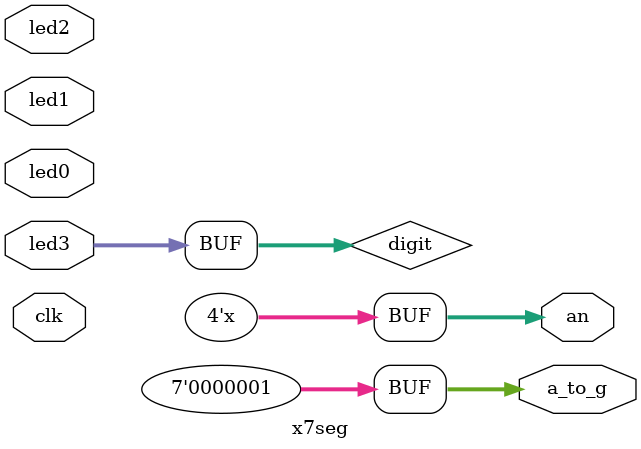
<source format=v>
`timescale 1ns / 1ps
module x7seg(
		input wire clk,
		input [3:0] led0,
		input [3:0] led1,
		input [3:0] led2,
		input [3:0] led3,
		output reg [6:0] a_to_g,
		output reg [3:0] an
    );
	 reg [1:0] s;
	 reg [3:0] digit;
	 reg [16:0] clkdiv;
	 always @ ( * )
		begin
			an = 4'b1111;
			s <= clkdiv[16:15];
			an[s] = 0;
			case ( s )
				0:digit <= led0[3:0];
				1:digit <= led1[3:0];
				2:digit <= led2[3:0];
				3:digit <= led3[3:0];
				default:digit <= led3[3:0];
			endcase
			case ( digit )
				0:a_to_g=7'b0000001;
				1:a_to_g=7'b1001111;
				2:a_to_g=7'b0010010;
				3:a_to_g=7'b0000110;
				4:a_to_g=7'b1001100;
				5:a_to_g=7'b0100100;
				6:a_to_g=7'b0100000;
				7:a_to_g=7'b0001111;
				8:a_to_g=7'b0000000;
				9:a_to_g=7'b0000100;
				'hA:a_to_g=7'b0001000;
				'hB:a_to_g=7'b1100000;
				'hC:a_to_g=7'b0110001;
				'hD:a_to_g=7'b1000010;
				'hE:a_to_g=7'b0110000;
				'hF:a_to_g=7'b0111000;
				default:a_to_g=7'b000000001; //0
			endcase
		end
		always @ ( posedge clk )
			clkdiv <= clkdiv + 1;
endmodule

</source>
